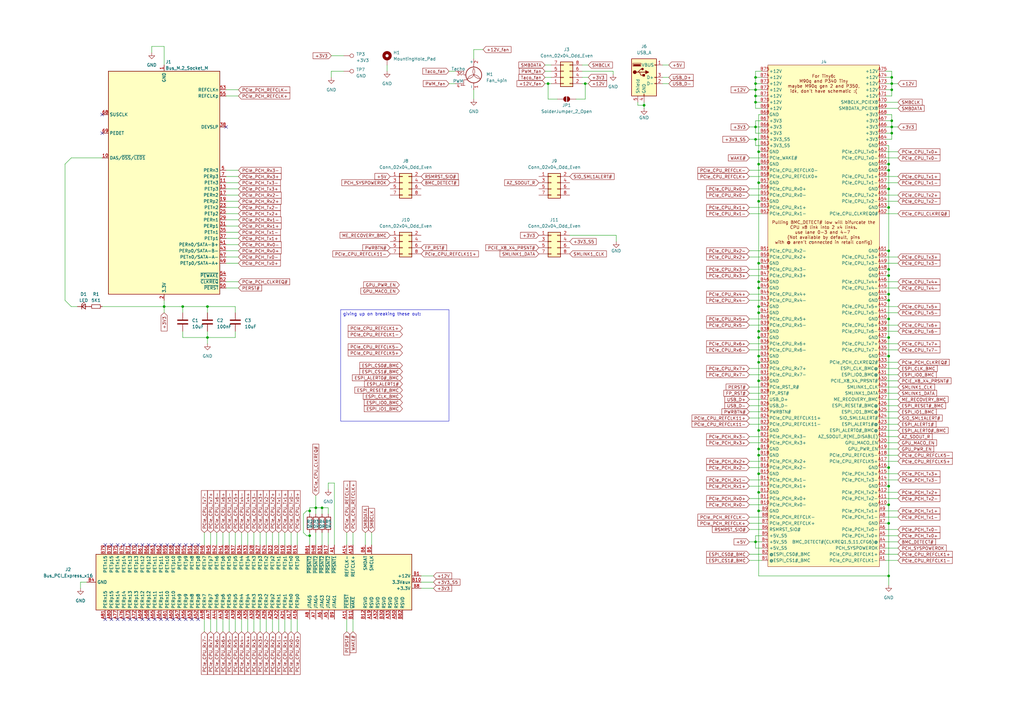
<source format=kicad_sch>
(kicad_sch (version 20231120) (generator "eeschema") (generator_version "8.0")
  (paper "A3")
  (junction (at 85.09 138.43))
  (junction (at 67.31 125.73))
  (junction (at 364.49 120.65))
  (junction (at 311.15 74.93))
  (junction (at 311.15 138.43))
  (junction (at 311.15 62.23))
  (junction (at 364.49 113.03))
  (junction (at 365.76 54.61))
  (junction (at 365.76 52.07))
  (junction (at 129.54 208.28))
  (junction (at 309.88 39.37))
  (junction (at 364.49 214.63))
  (junction (at 364.49 110.49))
  (junction (at 364.49 130.81))
  (junction (at 311.15 118.11))
  (junction (at 311.15 209.55))
  (junction (at 224.79 34.29))
  (junction (at 311.15 125.73))
  (junction (at 240.03 34.29))
  (junction (at 364.49 207.01))
  (junction (at 364.49 236.22))
  (junction (at 364.49 85.09))
  (junction (at 365.76 36.83))
  (junction (at 311.15 194.31))
  (junction (at 132.08 208.28))
  (junction (at 365.76 49.53))
  (junction (at 364.49 102.87))
  (junction (at 309.88 36.83))
  (junction (at 309.88 222.25))
  (junction (at 364.49 199.39))
  (junction (at 264.16 43.18))
  (junction (at 127 209.55))
  (junction (at 309.88 57.15))
  (junction (at 364.49 146.05))
  (junction (at 365.76 31.75))
  (junction (at 311.15 128.27))
  (junction (at 311.15 115.57))
  (junction (at 311.15 135.89))
  (junction (at 127 219.71))
  (junction (at 364.49 191.77))
  (junction (at 311.15 176.53))
  (junction (at 364.49 123.19))
  (junction (at 311.15 148.59))
  (junction (at 309.88 34.29))
  (junction (at 365.76 34.29))
  (junction (at 309.88 52.07))
  (junction (at 74.93 125.73))
  (junction (at 311.15 186.69))
  (junction (at 364.49 67.31))
  (junction (at 85.09 125.73))
  (junction (at 364.49 77.47))
  (junction (at 309.88 41.91))
  (junction (at 311.15 107.95))
  (junction (at 311.15 201.93))
  (junction (at 364.49 138.43))
  (junction (at 311.15 82.55))
  (junction (at 311.15 184.15))
  (junction (at 311.15 67.31))
  (junction (at 364.49 69.85))
  (junction (at 311.15 156.21))
  (junction (at 311.15 146.05))
  (junction (at 309.88 31.75))
  (no_connect (at 68.58 223.52))
  (no_connect (at 92.71 52.07))
  (no_connect (at 76.2 254))
  (no_connect (at 45.72 254))
  (no_connect (at 45.72 223.52))
  (no_connect (at 63.5 254))
  (no_connect (at 68.58 254))
  (no_connect (at 76.2 223.52))
  (no_connect (at 48.26 223.52))
  (no_connect (at 58.42 223.52))
  (no_connect (at 73.66 223.52))
  (no_connect (at 66.04 223.52))
  (no_connect (at 48.26 254))
  (no_connect (at 50.8 223.52))
  (no_connect (at 41.91 54.61))
  (no_connect (at 55.88 254))
  (no_connect (at 66.04 254))
  (no_connect (at 60.96 254))
  (no_connect (at 60.96 223.52))
  (no_connect (at 53.34 254))
  (no_connect (at 50.8 254))
  (no_connect (at 78.74 223.52))
  (no_connect (at 81.28 223.52))
  (no_connect (at 55.88 223.52))
  (no_connect (at 81.28 254))
  (no_connect (at 63.5 223.52))
  (no_connect (at 71.12 223.52))
  (no_connect (at 58.42 254))
  (no_connect (at 71.12 254))
  (no_connect (at 43.18 254))
  (no_connect (at 41.91 46.99))
  (no_connect (at 73.66 254))
  (no_connect (at 78.74 254))
  (no_connect (at 43.18 223.52))
  (no_connect (at 53.34 223.52))
  (wire (pts (xy 368.3 217.17) (xy 363.22 217.17)))
  (wire (pts (xy 364.49 110.49) (xy 364.49 113.03)))
  (wire (pts (xy 312.42 140.97) (xy 307.34 140.97)))
  (wire (pts (xy 311.15 74.93) (xy 312.42 74.93)))
  (wire (pts (xy 311.15 67.31) (xy 312.42 67.31)))
  (wire (pts (xy 309.88 39.37) (xy 309.88 36.83)))
  (wire (pts (xy 309.88 222.25) (xy 309.88 219.71)))
  (wire (pts (xy 312.42 120.65) (xy 307.34 120.65)))
  (wire (pts (xy 109.22 254) (xy 109.22 259.08)))
  (wire (pts (xy 363.22 52.07) (xy 365.76 52.07)))
  (wire (pts (xy 311.15 82.55) (xy 312.42 82.55)))
  (wire (pts (xy 223.52 34.29) (xy 224.79 34.29)))
  (wire (pts (xy 240.03 40.64) (xy 240.03 34.29)))
  (wire (pts (xy 364.49 59.69) (xy 364.49 67.31)))
  (wire (pts (xy 364.49 102.87) (xy 364.49 110.49)))
  (wire (pts (xy 309.88 49.53) (xy 312.42 49.53)))
  (wire (pts (xy 365.76 36.83) (xy 365.76 39.37)))
  (wire (pts (xy 312.42 110.49) (xy 307.34 110.49)))
  (wire (pts (xy 311.15 115.57) (xy 311.15 107.95)))
  (wire (pts (xy 92.71 72.39) (xy 97.79 72.39)))
  (wire (pts (xy 312.42 59.69) (xy 309.88 59.69)))
  (wire (pts (xy 158.75 26.67) (xy 158.75 29.21)))
  (wire (pts (xy 368.3 151.13) (xy 363.22 151.13)))
  (wire (pts (xy 363.22 31.75) (xy 365.76 31.75)))
  (wire (pts (xy 74.93 125.73) (xy 74.93 128.27)))
  (wire (pts (xy 368.3 82.55) (xy 363.22 82.55)))
  (wire (pts (xy 121.92 254) (xy 121.92 259.08)))
  (wire (pts (xy 363.22 130.81) (xy 364.49 130.81)))
  (wire (pts (xy 83.82 254) (xy 83.82 259.08)))
  (wire (pts (xy 264.16 43.18) (xy 264.16 44.45)))
  (wire (pts (xy 307.34 36.83) (xy 309.88 36.83)))
  (wire (pts (xy 116.84 218.44) (xy 116.84 223.52)))
  (wire (pts (xy 368.3 156.21) (xy 363.22 156.21)))
  (wire (pts (xy 368.3 171.45) (xy 363.22 171.45)))
  (wire (pts (xy 312.42 224.79) (xy 309.88 224.79)))
  (wire (pts (xy 368.3 166.37) (xy 363.22 166.37)))
  (wire (pts (xy 96.52 218.44) (xy 96.52 223.52)))
  (wire (pts (xy 135.89 22.86) (xy 140.97 22.86)))
  (wire (pts (xy 363.22 34.29) (xy 365.76 34.29)))
  (wire (pts (xy 92.71 82.55) (xy 97.79 82.55)))
  (wire (pts (xy 307.34 168.91) (xy 312.42 168.91)))
  (wire (pts (xy 114.3 254) (xy 114.3 259.08)))
  (wire (pts (xy 67.31 125.73) (xy 74.93 125.73)))
  (wire (pts (xy 368.3 62.23) (xy 363.22 62.23)))
  (wire (pts (xy 224.79 40.64) (xy 224.79 34.29)))
  (wire (pts (xy 364.49 69.85) (xy 364.49 77.47)))
  (wire (pts (xy 312.42 196.85) (xy 307.34 196.85)))
  (wire (pts (xy 309.88 36.83) (xy 309.88 34.29)))
  (wire (pts (xy 127 219.71) (xy 127 223.52)))
  (wire (pts (xy 311.15 135.89) (xy 311.15 128.27)))
  (wire (pts (xy 132.08 208.28) (xy 132.08 210.82)))
  (wire (pts (xy 134.62 200.66) (xy 134.62 198.12)))
  (wire (pts (xy 309.88 44.45) (xy 309.88 41.91)))
  (wire (pts (xy 307.34 207.01) (xy 312.42 207.01)))
  (wire (pts (xy 74.93 138.43) (xy 85.09 138.43)))
  (wire (pts (xy 67.31 125.73) (xy 67.31 128.27)))
  (wire (pts (xy 307.34 173.99) (xy 312.42 173.99)))
  (wire (pts (xy 125.73 209.55) (xy 124.46 210.82)))
  (wire (pts (xy 252.73 96.52) (xy 252.73 99.06)))
  (wire (pts (xy 96.52 125.73) (xy 85.09 125.73)))
  (wire (pts (xy 309.88 54.61) (xy 309.88 52.07)))
  (wire (pts (xy 125.73 219.71) (xy 127 219.71)))
  (wire (pts (xy 274.32 26.67) (xy 271.78 26.67)))
  (wire (pts (xy 363.22 29.21) (xy 365.76 29.21)))
  (wire (pts (xy 311.15 194.31) (xy 311.15 186.69)))
  (wire (pts (xy 134.62 208.28) (xy 134.62 210.82)))
  (wire (pts (xy 241.3 34.29) (xy 240.03 34.29)))
  (wire (pts (xy 172.72 236.22) (xy 177.8 236.22)))
  (wire (pts (xy 106.68 254) (xy 106.68 259.08)))
  (wire (pts (xy 86.36 218.44) (xy 86.36 223.52)))
  (wire (pts (xy 363.22 102.87) (xy 364.49 102.87)))
  (wire (pts (xy 101.6 218.44) (xy 101.6 223.52)))
  (wire (pts (xy 233.68 96.52) (xy 252.73 96.52)))
  (wire (pts (xy 92.71 100.33) (xy 97.79 100.33)))
  (wire (pts (xy 368.3 176.53) (xy 363.22 176.53)))
  (wire (pts (xy 363.22 146.05) (xy 364.49 146.05)))
  (wire (pts (xy 368.3 219.71) (xy 363.22 219.71)))
  (wire (pts (xy 365.76 46.99) (xy 363.22 46.99)))
  (wire (pts (xy 311.15 138.43) (xy 312.42 138.43)))
  (wire (pts (xy 91.44 254) (xy 91.44 259.08)))
  (wire (pts (xy 368.3 189.23) (xy 363.22 189.23)))
  (wire (pts (xy 83.82 218.44) (xy 83.82 223.52)))
  (wire (pts (xy 309.88 41.91) (xy 309.88 39.37)))
  (wire (pts (xy 96.52 138.43) (xy 85.09 138.43)))
  (wire (pts (xy 127 210.82) (xy 127 209.55)))
  (wire (pts (xy 33.02 241.3) (xy 33.02 238.76)))
  (wire (pts (xy 144.78 254) (xy 144.78 259.08)))
  (wire (pts (xy 365.76 52.07) (xy 368.3 52.07)))
  (wire (pts (xy 241.3 26.67) (xy 238.76 26.67)))
  (wire (pts (xy 365.76 34.29) (xy 368.3 34.29)))
  (wire (pts (xy 311.15 184.15) (xy 311.15 176.53)))
  (wire (pts (xy 127 209.55) (xy 125.73 209.55)))
  (wire (pts (xy 26.67 123.19) (xy 26.67 67.31)))
  (wire (pts (xy 312.42 123.19) (xy 307.34 123.19)))
  (wire (pts (xy 312.42 199.39) (xy 307.34 199.39)))
  (wire (pts (xy 92.71 85.09) (xy 97.79 85.09)))
  (wire (pts (xy 41.91 125.73) (xy 67.31 125.73)))
  (wire (pts (xy 312.42 77.47) (xy 307.34 77.47)))
  (wire (pts (xy 142.24 218.44) (xy 142.24 223.52)))
  (wire (pts (xy 86.36 254) (xy 86.36 259.08)))
  (wire (pts (xy 311.15 184.15) (xy 312.42 184.15)))
  (wire (pts (xy 137.16 198.12) (xy 137.16 223.52)))
  (wire (pts (xy 311.15 138.43) (xy 311.15 135.89)))
  (wire (pts (xy 368.3 140.97) (xy 363.22 140.97)))
  (wire (pts (xy 142.24 254) (xy 142.24 259.08)))
  (wire (pts (xy 92.71 90.17) (xy 97.79 90.17)))
  (wire (pts (xy 309.88 39.37) (xy 312.42 39.37)))
  (wire (pts (xy 152.4 218.44) (xy 152.4 223.52)))
  (wire (pts (xy 309.88 31.75) (xy 309.88 29.21)))
  (wire (pts (xy 307.34 163.83) (xy 312.42 163.83)))
  (wire (pts (xy 363.22 194.31) (xy 368.3 194.31)))
  (wire (pts (xy 363.22 113.03) (xy 364.49 113.03)))
  (wire (pts (xy 363.22 191.77) (xy 364.49 191.77)))
  (wire (pts (xy 364.49 214.63) (xy 363.22 214.63)))
  (wire (pts (xy 194.31 20.32) (xy 198.12 20.32)))
  (wire (pts (xy 368.3 135.89) (xy 363.22 135.89)))
  (wire (pts (xy 92.71 36.83) (xy 97.79 36.83)))
  (wire (pts (xy 363.22 39.37) (xy 365.76 39.37)))
  (wire (pts (xy 311.15 82.55) (xy 311.15 74.93)))
  (wire (pts (xy 274.32 31.75) (xy 271.78 31.75)))
  (wire (pts (xy 129.54 218.44) (xy 129.54 223.52)))
  (wire (pts (xy 363.22 77.47) (xy 364.49 77.47)))
  (wire (pts (xy 368.3 148.59) (xy 363.22 148.59)))
  (wire (pts (xy 368.3 107.95) (xy 363.22 107.95)))
  (wire (pts (xy 312.42 133.35) (xy 307.34 133.35)))
  (wire (pts (xy 311.15 118.11) (xy 311.15 115.57)))
  (wire (pts (xy 364.49 113.03) (xy 364.49 120.65)))
  (wire (pts (xy 365.76 57.15) (xy 365.76 54.61)))
  (wire (pts (xy 92.71 74.93) (xy 97.79 74.93)))
  (wire (pts (xy 311.15 135.89) (xy 312.42 135.89)))
  (wire (pts (xy 223.52 29.21) (xy 226.06 29.21)))
  (wire (pts (xy 99.06 254) (xy 99.06 259.08)))
  (wire (pts (xy 312.42 143.51) (xy 307.34 143.51)))
  (wire (pts (xy 368.3 224.79) (xy 363.22 224.79)))
  (wire (pts (xy 368.3 229.87) (xy 363.22 229.87)))
  (wire (pts (xy 363.22 199.39) (xy 364.49 199.39)))
  (wire (pts (xy 92.71 107.95) (xy 97.79 107.95)))
  (wire (pts (xy 311.15 148.59) (xy 311.15 146.05)))
  (wire (pts (xy 363.22 87.63) (xy 368.3 87.63)))
  (wire (pts (xy 135.89 29.21) (xy 140.97 29.21)))
  (wire (pts (xy 92.71 87.63) (xy 97.79 87.63)))
  (wire (pts (xy 364.49 214.63) (xy 364.49 236.22)))
  (wire (pts (xy 186.69 29.21) (xy 184.15 29.21)))
  (wire (pts (xy 251.46 29.21) (xy 238.76 29.21)))
  (wire (pts (xy 240.03 34.29) (xy 238.76 34.29)))
  (wire (pts (xy 365.76 31.75) (xy 365.76 34.29)))
  (wire (pts (xy 312.42 113.03) (xy 307.34 113.03)))
  (wire (pts (xy 124.46 218.44) (xy 125.73 219.71)))
  (wire (pts (xy 368.3 125.73) (xy 363.22 125.73)))
  (wire (pts (xy 363.22 49.53) (xy 365.76 49.53)))
  (wire (pts (xy 226.06 31.75) (xy 223.52 31.75)))
  (wire (pts (xy 109.22 218.44) (xy 109.22 223.52)))
  (wire (pts (xy 264.16 41.91) (xy 264.16 43.18)))
  (wire (pts (xy 111.76 218.44) (xy 111.76 223.52)))
  (wire (pts (xy 368.3 186.69) (xy 363.22 186.69)))
  (wire (pts (xy 309.88 224.79) (xy 309.88 222.25)))
  (wire (pts (xy 96.52 128.27) (xy 96.52 125.73)))
  (wire (pts (xy 311.15 148.59) (xy 312.42 148.59)))
  (wire (pts (xy 104.14 218.44) (xy 104.14 223.52)))
  (wire (pts (xy 368.3 143.51) (xy 363.22 143.51)))
  (wire (pts (xy 307.34 171.45) (xy 312.42 171.45)))
  (wire (pts (xy 368.3 41.91) (xy 363.22 41.91)))
  (wire (pts (xy 311.15 176.53) (xy 311.15 156.21)))
  (wire (pts (xy 92.71 118.11) (xy 97.79 118.11)))
  (wire (pts (xy 311.15 194.31) (xy 312.42 194.31)))
  (wire (pts (xy 368.3 201.93) (xy 363.22 201.93)))
  (wire (pts (xy 312.42 189.23) (xy 307.34 189.23)))
  (wire (pts (xy 363.22 212.09) (xy 368.3 212.09)))
  (wire (pts (xy 368.3 133.35) (xy 363.22 133.35)))
  (wire (pts (xy 363.22 69.85) (xy 364.49 69.85)))
  (wire (pts (xy 309.88 34.29) (xy 309.88 31.75)))
  (wire (pts (xy 114.3 218.44) (xy 114.3 223.52)))
  (wire (pts (xy 364.49 130.81) (xy 364.49 138.43)))
  (wire (pts (xy 364.49 85.09) (xy 364.49 102.87)))
  (wire (pts (xy 312.42 151.13) (xy 307.34 151.13)))
  (wire (pts (xy 312.42 80.01) (xy 307.34 80.01)))
  (wire (pts (xy 363.22 110.49) (xy 364.49 110.49)))
  (wire (pts (xy 312.42 153.67) (xy 307.34 153.67)))
  (wire (pts (xy 96.52 254) (xy 96.52 259.08)))
  (wire (pts (xy 132.08 208.28) (xy 134.62 208.28)))
  (wire (pts (xy 363.22 138.43) (xy 364.49 138.43)))
  (wire (pts (xy 261.62 43.18) (xy 264.16 43.18)))
  (wire (pts (xy 311.15 156.21) (xy 312.42 156.21)))
  (wire (pts (xy 92.71 102.87) (xy 97.79 102.87)))
  (wire (pts (xy 309.88 222.25) (xy 312.42 222.25)))
  (wire (pts (xy 364.49 146.05) (xy 364.49 191.77)))
  (wire (pts (xy 363.22 196.85) (xy 368.3 196.85)))
  (wire (pts (xy 92.71 69.85) (xy 97.79 69.85)))
  (wire (pts (xy 368.3 158.75) (xy 363.22 158.75)))
  (wire (pts (xy 101.6 254) (xy 101.6 259.08)))
  (wire (pts (xy 223.52 26.67) (xy 226.06 26.67)))
  (wire (pts (xy 364.49 77.47) (xy 364.49 85.09)))
  (wire (pts (xy 307.34 222.25) (xy 309.88 222.25)))
  (wire (pts (xy 368.3 44.45) (xy 363.22 44.45)))
  (wire (pts (xy 309.88 31.75) (xy 312.42 31.75)))
  (wire (pts (xy 363.22 67.31) (xy 364.49 67.31)))
  (wire (pts (xy 93.98 218.44) (xy 93.98 223.52)))
  (wire (pts (xy 129.54 208.28) (xy 129.54 210.82)))
  (wire (pts (xy 307.34 204.47) (xy 312.42 204.47)))
  (wire (pts (xy 364.49 123.19) (xy 364.49 130.81)))
  (wire (pts (xy 119.38 254) (xy 119.38 259.08)))
  (wire (pts (xy 104.14 254) (xy 104.14 259.08)))
  (wire (pts (xy 311.15 67.31) (xy 311.15 62.23)))
  (wire (pts (xy 363.22 59.69) (xy 364.49 59.69)))
  (wire (pts (xy 368.3 184.15) (xy 363.22 184.15)))
  (wire (pts (xy 368.3 115.57) (xy 363.22 115.57)))
  (wire (pts (xy 116.84 254) (xy 116.84 259.08)))
  (wire (pts (xy 368.3 74.93) (xy 363.22 74.93)))
  (wire (pts (xy 92.71 92.71) (xy 97.79 92.71)))
  (wire (pts (xy 311.15 209.55) (xy 312.42 209.55)))
  (wire (pts (xy 311.15 156.21) (xy 311.15 148.59)))
  (wire (pts (xy 274.32 34.29) (xy 271.78 34.29)))
  (wire (pts (xy 88.9 218.44) (xy 88.9 223.52)))
  (wire (pts (xy 121.92 218.44) (xy 121.92 223.52)))
  (wire (pts (xy 92.71 95.25) (xy 97.79 95.25)))
  (wire (pts (xy 368.3 161.29) (xy 363.22 161.29)))
  (wire (pts (xy 311.15 118.11) (xy 312.42 118.11)))
  (wire (pts (xy 29.21 64.77) (xy 41.91 64.77)))
  (wire (pts (xy 368.3 222.25) (xy 363.22 222.25)))
  (wire (pts (xy 364.49 138.43) (xy 364.49 146.05)))
  (wire (pts (xy 62.23 21.59) (xy 62.23 19.05)))
  (wire (pts (xy 119.38 218.44) (xy 119.38 223.52)))
  (wire (pts (xy 363.22 36.83) (xy 365.76 36.83)))
  (wire (pts (xy 312.42 41.91) (xy 309.88 41.91)))
  (wire (pts (xy 363.22 57.15) (xy 365.76 57.15)))
  (wire (pts (xy 172.72 238.76) (xy 177.8 238.76)))
  (wire (pts (xy 311.15 236.22) (xy 364.49 236.22)))
  (wire (pts (xy 364.49 207.01) (xy 364.49 214.63)))
  (wire (pts (xy 29.21 125.73) (xy 26.67 123.19)))
  (wire (pts (xy 236.22 40.64) (xy 240.03 40.64)))
  (wire (pts (xy 307.34 57.15) (xy 309.88 57.15)))
  (wire (pts (xy 363.22 207.01) (xy 364.49 207.01)))
  (wire (pts (xy 135.89 29.21) (xy 135.89 31.75)))
  (wire (pts (xy 251.46 30.48) (xy 251.46 29.21)))
  (wire (pts (xy 365.76 49.53) (xy 365.76 46.99)))
  (wire (pts (xy 309.88 52.07) (xy 309.88 49.53)))
  (wire (pts (xy 368.3 173.99) (xy 363.22 173.99)))
  (wire (pts (xy 67.31 19.05) (xy 67.31 26.67)))
  (wire (pts (xy 111.76 254) (xy 111.76 259.08)))
  (wire (pts (xy 92.71 77.47) (xy 97.79 77.47)))
  (wire (pts (xy 363.22 209.55) (xy 368.3 209.55)))
  (wire (pts (xy 364.49 191.77) (xy 364.49 199.39)))
  (wire (pts (xy 312.42 191.77) (xy 307.34 191.77)))
  (wire (pts (xy 311.15 146.05) (xy 311.15 138.43)))
  (wire (pts (xy 312.42 44.45) (xy 309.88 44.45)))
  (wire (pts (xy 368.3 168.91) (xy 363.22 168.91)))
  (wire (pts (xy 364.49 67.31) (xy 364.49 69.85)))
  (wire (pts (xy 312.42 72.39) (xy 307.34 72.39)))
  (wire (pts (xy 31.75 125.73) (xy 29.21 125.73)))
  (wire (pts (xy 311.15 201.93) (xy 312.42 201.93)))
  (wire (pts (xy 311.15 186.69) (xy 311.15 184.15)))
  (wire (pts (xy 33.02 238.76) (xy 35.56 238.76)))
  (wire (pts (xy 368.3 227.33) (xy 363.22 227.33)))
  (wire (pts (xy 363.22 120.65) (xy 364.49 120.65)))
  (wire (pts (xy 26.67 67.31) (xy 29.21 64.77)))
  (wire (pts (xy 241.3 31.75) (xy 238.76 31.75)))
  (wire (pts (xy 365.76 34.29) (xy 365.76 36.83)))
  (wire (pts (xy 184.15 34.29) (xy 186.69 34.29)))
  (wire (pts (xy 88.9 254) (xy 88.9 259.08)))
  (wire (pts (xy 312.42 46.99) (xy 311.15 46.99)))
  (wire (pts (xy 311.15 107.95) (xy 312.42 107.95)))
  (wire (pts (xy 311.15 115.57) (xy 312.42 115.57)))
  (wire (pts (xy 85.09 138.43) (xy 85.09 135.89)))
  (wire (pts (xy 172.72 241.3) (xy 177.8 241.3)))
  (wire (pts (xy 363.22 54.61) (xy 365.76 54.61)))
  (wire (pts (xy 364.49 120.65) (xy 364.49 123.19)))
  (wire (pts (xy 309.88 219.71) (xy 312.42 219.71)))
  (wire (pts (xy 309.88 29.21) (xy 312.42 29.21)))
  (wire (pts (xy 363.22 123.19) (xy 364.49 123.19)))
  (wire (pts (xy 74.93 135.89) (xy 74.93 138.43)))
  (wire (pts (xy 368.3 128.27) (xy 363.22 128.27)))
  (wire (pts (xy 309.88 57.15) (xy 312.42 57.15)))
  (wire (pts (xy 363.22 181.61) (xy 368.3 181.61)))
  (wire (pts (xy 85.09 138.43) (xy 85.09 140.97)))
  (wire (pts (xy 92.71 105.41) (xy 97.79 105.41)))
  (wire (pts (xy 368.3 80.01) (xy 363.22 80.01)))
  (wire (pts (xy 74.93 125.73) (xy 85.09 125.73)))
  (wire (pts (xy 307.34 64.77) (xy 312.42 64.77)))
  (wire (pts (xy 312.42 158.75) (xy 307.34 158.75)))
  (wire (pts (xy 96.52 135.89) (xy 96.52 138.43)))
  (wire (pts (xy 368.3 64.77) (xy 363.22 64.77)))
  (wire (pts (xy 307.34 181.61) (xy 312.42 181.61)))
  (wire (pts (xy 311.15 74.93) (xy 311.15 67.31)))
  (wire (pts (xy 364.49 199.39) (xy 364.49 207.01)))
  (wire (pts (xy 307.34 227.33) (xy 312.42 227.33)))
  (wire (pts (xy 307.34 105.41) (xy 312.42 105.41)))
  (wire (pts (xy 309.88 59.69) (xy 309.88 57.15)))
  (wire (pts (xy 365.76 29.21) (xy 365.76 31.75)))
  (wire (pts (xy 307.34 179.07) (xy 312.42 179.07)))
  (wire (pts (xy 311.15 146.05) (xy 312.42 146.05)))
  (wire (pts (xy 106.68 218.44) (xy 106.68 223.52)))
  (wire (pts (xy 129.54 203.2) (xy 129.54 208.28)))
  (wire (pts (xy 368.3 118.11) (xy 363.22 118.11)))
  (wire (pts (xy 364.49 236.22) (xy 364.49 240.03)))
  (wire (pts (xy 62.23 19.05) (xy 67.31 19.05)))
  (wire (pts (xy 307.34 52.07) (xy 309.88 52.07)))
  (wire (pts (xy 307.34 229.87) (xy 312.42 229.87)))
  (wire (pts (xy 368.3 105.41) (xy 363.22 105.41)))
  (wire (pts (xy 99.06 218.44) (xy 99.06 223.52)))
  (wire (pts (xy 127 209.55) (xy 127 208.28)))
  (wire (pts (xy 311.15 209.55) (xy 311.15 201.93)))
  (wire (pts (xy 124.46 210.82) (xy 124.46 218.44)))
  (wire (pts (xy 312.42 87.63) (xy 307.34 87.63)))
  (wire (pts (xy 365.76 54.61) (xy 365.76 52.07)))
  (wire (pts (xy 311.15 128.27) (xy 312.42 128.27)))
  (wire (pts (xy 368.3 179.07) (xy 363.22 179.07)))
  (wire (pts (xy 92.71 97.79) (xy 97.79 97.79)))
  (wire (pts (xy 134.62 198.12) (xy 137.16 198.12)))
  (wire (pts (xy 311.15 176.53) (xy 312.42 176.53)))
  (wire (pts (xy 312.42 54.61) (xy 309.88 54.61)))
  (wire (pts (xy 312.42 212.09) (xy 307.34 212.09)))
  (wire (pts (xy 149.86 218.44) (xy 149.86 223.52)))
  (wire (pts (xy 311.15 82.55) (xy 311.15 107.95)))
  (wire (pts (xy 129.54 208.28) (xy 132.08 208.28)))
  (wire (pts (xy 67.31 123.19) (xy 67.31 125.73)))
  (wire (pts (xy 134.62 218.44) (xy 134.62 223.52)))
  (wire (pts (xy 144.78 218.44) (xy 144.78 223.52)))
  (wire (pts (xy 92.71 115.57) (xy 97.79 115.57)))
  (wire (pts (xy 92.71 80.01) (xy 97.79 80.01)))
  (wire (pts (xy 311.15 125.73) (xy 312.42 125.73)))
  (wire (pts (xy 307.34 217.17) (xy 312.42 217.17)))
  (wire (pts (xy 92.71 39.37) (xy 97.79 39.37)))
  (wire (pts (xy 312.42 214.63) (xy 307.34 214.63)))
  (wire (pts (xy 91.44 218.44) (xy 91.44 223.52)))
  (wire (pts (xy 311.15 62.23) (xy 312.42 62.23)))
  (wire (pts (xy 224.79 34.29) (xy 226.06 34.29)))
  (wire (pts (xy 368.3 72.39) (xy 363.22 72.39)))
  (wire (pts (xy 127 218.44) (xy 127 219.71)))
  (wire (pts (xy 365.76 52.07) (xy 365.76 49.53)))
  (wire (pts (xy 312.42 102.87) (xy 307.34 102.87)))
  (wire (pts (xy 307.34 161.29) (xy 312.42 161.29)))
  (wire (pts (xy 368.3 204.47) (xy 363.22 204.47)))
  (wire (pts (xy 261.62 41.91) (xy 261.62 43.18)))
  (wire (pts (xy 311.15 62.23) (xy 311.15 46.99)))
  (wire (pts (xy 312.42 69.85) (xy 307.34 69.85)))
  (wire (pts (xy 309.88 36.83) (xy 312.42 36.83)))
  (wire (pts (xy 85.09 128.27) (xy 85.09 125.73)))
  (wire (pts (xy 368.3 163.83) (xy 363.22 163.83)))
  (wire (pts (xy 311.15 128.27) (xy 311.15 125.73)))
  (wire (pts (xy 363.22 85.09) (xy 364.49 85.09)))
  (wire (pts (xy 93.98 254) (xy 93.98 259.08)))
  (wire (pts (xy 228.6 40.64) (xy 224.79 40.64)))
  (wire (pts (xy 312.42 85.09) (xy 307.34 85.09)))
  (wire (pts (xy 311.15 201.93) (xy 311.15 194.31)))
  (wire (pts (xy 194.31 40.64) (xy 194.31 36.83)))
  (wire (pts (xy 312.42 130.81) (xy 307.34 130.81)))
  (wire (pts (xy 309.88 52.07) (xy 312.42 52.07)))
  (wire (pts (xy 307.34 166.37) (xy 312.42 166.37)))
  (wire (pts (xy 127 208.28) (xy 129.54 208.28)))
  (wire (pts (xy 311.15 186.69) (xy 312.42 186.69)))
  (wire (pts (xy 132.08 218.44) (xy 132.08 223.52)))
  (wire (pts (xy 309.88 34.29) (xy 312.42 34.29)))
  (wire (pts (xy 311.15 125.73) (xy 311.15 118.11)))
  (wire (pts (xy 368.3 153.67) (xy 363.22 153.67)))
  (wire (pts (xy 194.31 24.13) (xy 194.31 20.32)))
  (wire (pts (xy 311.15 236.22) (xy 311.15 209.55)))
  (text_box "giving up on breaking these out:" (at 139.7 127 0) (size 44.45 45.72) (effects (font (size 1.27 1.27)) (justify left top)))
  (global_label "PCIe_PCH_Rx3-" (shape input) (at 307.34 179.07 180) (property "Intersheetrefs" "${INTERSHEET_REFS}" (effects (hide yes))))
  (global_label "PCIe_CPU_REFCLK+" (shape input) (at 144.78 218.44 90) (property "Intersheetrefs" "${INTERSHEET_REFS}" (effects (hide yes))))
  (global_label "PCIe_CPU_Tx5-" (shape input) (at 368.3 128.27 0) (property "Intersheetrefs" "${INTERSHEET_REFS}" (effects (hide yes))))
  (global_label "PCIe_CPU_Tx0+" (shape input) (at 121.92 218.44 90) (property "Intersheetrefs" "${INTERSHEET_REFS}" (effects (hide yes))))
  (global_label "ME_RECOVERY_BMC" (shape input) (at 368.3 163.83 0) (property "Intersheetrefs" "${INTERSHEET_REFS}" (effects (hide yes))))
  (global_label "+3V3" (shape input) (at 368.3 52.07 0) (property "Intersheetrefs" "${INTERSHEET_REFS}" (effects (hide yes))))
  (global_label "PCIe_CPU_Rx1+" (shape input) (at 307.34 85.09 180) (property "Intersheetrefs" "${INTERSHEET_REFS}" (effects (hide yes))))
  (global_label "PCIe_CPU_Tx6-" (shape input) (at 368.3 135.89 0) (property "Intersheetrefs" "${INTERSHEET_REFS}" (effects (hide yes))))
  (global_label "BMC_DETECT#" (shape input) (at 172.72 74.93 0) (property "Intersheetrefs" "${INTERSHEET_REFS}" (effects (hide yes))))
  (global_label "ESPI_ALERT1#" (shape input) (at 165.1 157.48 180) (property "Intersheetrefs" "${INTERSHEET_REFS}" (effects (hide yes))))
  (global_label "PCIe_CPU_Rx6-" (shape input) (at 88.9 259.08 270) (property "Intersheetrefs" "${INTERSHEET_REFS}" (effects (hide yes))))
  (global_label "ESPI_RESET#_BMC" (shape input) (at 165.1 160.02 180) (property "Intersheetrefs" "${INTERSHEET_REFS}" (effects (hide yes))))
  (global_label "ESPI_CS1#_BMC" (shape input) (at 307.34 229.87 180) (property "Intersheetrefs" "${INTERSHEET_REFS}" (effects (hide yes))))
  (global_label "PCIe_CPU_CLKREQ#" (shape input) (at 368.3 87.63 0) (property "Intersheetrefs" "${INTERSHEET_REFS}" (effects (hide yes))))
  (global_label "+3V3_S5" (shape input) (at 307.34 57.15 180) (property "Intersheetrefs" "${INTERSHEET_REFS}" (effects (hide yes))))
  (global_label "PCIe_PCH_Tx3-" (shape input) (at 368.3 196.85 0) (property "Intersheetrefs" "${INTERSHEET_REFS}" (effects (hide yes))))
  (global_label "ESPI_ALERT0#_BMC" (shape input) (at 165.1 154.94 180) (property "Intersheetrefs" "${INTERSHEET_REFS}" (effects (hide yes))))
  (global_label "PCIe_PCH_Tx3-" (shape input) (at 97.79 74.93 0) (property "Intersheetrefs" "${INTERSHEET_REFS}" (effects (hide yes))))
  (global_label "PCIe_CPU_Rx4+" (shape input) (at 307.34 120.65 180) (property "Intersheetrefs" "${INTERSHEET_REFS}" (effects (hide yes))))
  (global_label "PCIe_PCH_Rx2+" (shape input) (at 97.79 82.55 0) (property "Intersheetrefs" "${INTERSHEET_REFS}" (effects (hide yes))))
  (global_label "+12V" (shape input) (at 177.8 236.22 0) (property "Intersheetrefs" "${INTERSHEET_REFS}" (effects (hide yes))))
  (global_label "PCIe_PCH_Tx1-" (shape input) (at 97.79 95.25 0) (property "Intersheetrefs" "${INTERSHEET_REFS}" (effects (hide yes))))
  (global_label "FP_RST#" (shape input) (at 307.34 161.29 180) (property "Intersheetrefs" "${INTERSHEET_REFS}" (effects (hide yes))))
  (global_label "PCIe_CPU_Tx1+" (shape input) (at 368.3 72.39 0) (property "Intersheetrefs" "${INTERSHEET_REFS}" (effects (hide yes))))
  (global_label "SMLINK1_CLK" (shape input) (at 368.3 158.75 0) (property "Intersheetrefs" "${INTERSHEET_REFS}" (effects (hide yes))))
  (global_label "PCIe_CPU_Tx7+" (shape input) (at 368.3 140.97 0) (property "Intersheetrefs" "${INTERSHEET_REFS}" (effects (hide yes))))
  (global_label "+12V_fan" (shape input) (at 223.52 34.29 180) (property "Intersheetrefs" "${INTERSHEET_REFS}" (effects (hide yes))))
  (global_label "PCIe_PCH_REFCLK-" (shape input) (at 307.34 212.09 180) (property "Intersheetrefs" "${INTERSHEET_REFS}" (effects (hide yes))))
  (global_label "+5V" (shape input) (at 274.32 26.67 0) (property "Intersheetrefs" "${INTERSHEET_REFS}" (effects (hide yes))))
  (global_label "PCIe_CPU_Rx6+" (shape input) (at 307.34 140.97 180) (property "Intersheetrefs" "${INTERSHEET_REFS}" (effects (hide yes))))
  (global_label "PCIe_CPU_Tx1-" (shape input) (at 114.3 218.44 90) (property "Intersheetrefs" "${INTERSHEET_REFS}" (effects (hide yes))))
  (global_label "PCIe_CPU_REFCLK5+" (shape input) (at 368.3 189.23 0) (property "Intersheetrefs" "${INTERSHEET_REFS}" (effects (hide yes))))
  (global_label "PCIe_CPU_Tx6-" (shape input) (at 88.9 218.44 90) (property "Intersheetrefs" "${INTERSHEET_REFS}" (effects (hide yes))))
  (global_label "FP_RST#" (shape input) (at 172.72 101.6 0) (property "Intersheetrefs" "${INTERSHEET_REFS}" (effects (hide yes))))
  (global_label "PCIe_CPU_Rx4-" (shape input) (at 99.06 259.08 270) (property "Intersheetrefs" "${INTERSHEET_REFS}" (effects (hide yes))))
  (global_label "PCIe_CPU_REFCLK11-" (shape input) (at 307.34 173.99 180) (property "Intersheetrefs" "${INTERSHEET_REFS}" (effects (hide yes))))
  (global_label "+3V3" (shape input) (at 67.31 128.27 270) (property "Intersheetrefs" "${INTERSHEET_REFS}" (effects (hide yes))))
  (global_label "PCIe_PCH_Tx1-" (shape input) (at 368.3 212.09 0) (property "Intersheetrefs" "${INTERSHEET_REFS}" (effects (hide yes))))
  (global_label "PCIe_PCH_Tx3+" (shape input) (at 97.79 77.47 0) (property "Intersheetrefs" "${INTERSHEET_REFS}" (effects (hide yes))))
  (global_label "+3V3" (shape input) (at 220.98 96.52 180) (property "Intersheetrefs" "${INTERSHEET_REFS}" (effects (hide yes))))
  (global_label "ESPI_ALERT1#" (shape input) (at 368.3 173.99 0) (property "Intersheetrefs" "${INTERSHEET_REFS}" (effects (hide yes))))
  (global_label "PCIe_CPU_Tx0-" (shape input) (at 368.3 64.77 0) (property "Intersheetrefs" "${INTERSHEET_REFS}" (effects (hide yes))))
  (global_label "PCIe_CPU_Tx2-" (shape input) (at 368.3 82.55 0) (property "Intersheetrefs" "${INTERSHEET_REFS}" (effects (hide yes))))
  (global_label "PCIe_CPU_Tx5+" (shape input) (at 368.3 125.73 0) (property "Intersheetrefs" "${INTERSHEET_REFS}" (effects (hide yes))))
  (global_label "PCIe_CPU_Tx5-" (shape input) (at 93.98 218.44 90) (property "Intersheetrefs" "${INTERSHEET_REFS}" (effects (hide yes))))
  (global_label "GPU_PWR_EN" (shape input) (at 163.83 116.84 180) (property "Intersheetrefs" "${INTERSHEET_REFS}" (effects (hide yes))))
  (global_label "RSMRST_SIO#" (shape input) (at 307.34 217.17 180) (property "Intersheetrefs" "${INTERSHEET_REFS}" (effects (hide yes))))
  (global_label "PCIe_PCH_Rx2-" (shape input) (at 97.79 80.01 0) (property "Intersheetrefs" "${INTERSHEET_REFS}" (effects (hide yes))))
  (global_label "ESPI_CLK_BMC" (shape input) (at 165.1 162.56 180) (property "Intersheetrefs" "${INTERSHEET_REFS}" (effects (hide yes))))
  (global_label "PCIe_CPU_Rx7-" (shape input) (at 307.34 153.67 180) (property "Intersheetrefs" "${INTERSHEET_REFS}" (effects (hide yes))))
  (global_label "ESPI_RESET#_BMC" (shape input) (at 368.3 166.37 0) (property "Intersheetrefs" "${INTERSHEET_REFS}" (effects (hide yes))))
  (global_label "PCIe_PCH_REFCLK+" (shape input) (at 307.34 214.63 180) (property "Intersheetrefs" "${INTERSHEET_REFS}" (effects (hide yes))))
  (global_label "PCIe_PCH_REFCLK+" (shape input) (at 97.79 39.37 0) (property "Intersheetrefs" "${INTERSHEET_REFS}" (effects (hide yes))))
  (global_label "PWM_fan" (shape input) (at 184.15 34.29 180) (property "Intersheetrefs" "${INTERSHEET_REFS}" (effects (hide yes))))
  (global_label "PCIe_PCH_Rx0-" (shape input) (at 307.34 207.01 180) (property "Intersheetrefs" "${INTERSHEET_REFS}" (effects (hide yes))))
  (global_label "SMLINK1_DATA" (shape input) (at 220.98 104.14 180) (property "Intersheetrefs" "${INTERSHEET_REFS}" (effects (hide yes))))
  (global_label "PCIe_PCH_Rx2-" (shape input) (at 307.34 191.77 180) (property "Intersheetrefs" "${INTERSHEET_REFS}" (effects (hide yes))))
  (global_label "ESPI_IO1_BMC" (shape input) (at 368.3 168.91 0) (property "Intersheetrefs" "${INTERSHEET_REFS}" (effects (hide yes))))
  (global_label "SIO_SML1ALERT#" (shape input) (at 368.3 171.45 0) (property "Intersheetrefs" "${INTERSHEET_REFS}" (effects (hide yes))))
  (global_label "ESPI_IO0_BMC" (shape input) (at 368.3 153.67 0) (property "Intersheetrefs" "${INTERSHEET_REFS}" (effects (hide yes))))
  (global_label "PCIe_CPU_REFCLK5-" (shape input) (at 368.3 186.69 0) (property "Intersheetrefs" "${INTERSHEET_REFS}" (effects (hide yes))))
  (global_label "PCIe_CPU_Rx5+" (shape input) (at 307.34 130.81 180) (property "Intersheetrefs" "${INTERSHEET_REFS}" (effects (hide yes))))
  (global_label "SMBCLK" (shape input) (at 368.3 41.91 0) (property "Intersheetrefs" "${INTERSHEET_REFS}" (effects (hide yes))))
  (global_label "PCIe_CPU_Tx7-" (shape input) (at 368.3 143.51 0) (property "Intersheetrefs" "${INTERSHEET_REFS}" (effects (hide yes))))
  (global_label "RSMRST_SIO#" (shape input) (at 172.72 72.39 0) (property "Intersheetrefs" "${INTERSHEET_REFS}" (effects (hide yes))))
  (global_label "PCIe_CPU_Rx1-" (shape input) (at 307.34 87.63 180) (property "Intersheetrefs" "${INTERSHEET_REFS}" (effects (hide yes))))
  (global_label "+3V3_S5" (shape input) (at 233.68 99.06 0) (property "Intersheetrefs" "${INTERSHEET_REFS}" (effects (hide yes))))
  (global_label "PCIe_PCH_Rx3-" (shape input) (at 97.79 69.85 0) (property "Intersheetrefs" "${INTERSHEET_REFS}" (effects (hide yes))))
  (global_label "GPU_MACO_EN" (shape input) (at 368.3 181.61 0) (property "Intersheetrefs" "${INTERSHEET_REFS}" (effects (hide yes))))
  (global_label "PCIe_PCH_Tx0-" (shape input) (at 97.79 105.41 0) (property "Intersheetrefs" "${INTERSHEET_REFS}" (effects (hide yes))))
  (global_label "PCIe_PCH_Rx3+" (shape input) (at 307.34 181.61 180) (property "Intersheetrefs" "${INTERSHEET_REFS}" (effects (hide yes))))
  (global_label "PCIe_CPU_Rx7+" (shape input) (at 86.36 259.08 270) (property "Intersheetrefs" "${INTERSHEET_REFS}" (effects (hide yes))))
  (global_label "PCIe_CPU_Rx1-" (shape input) (at 114.3 259.08 270) (property "Intersheetrefs" "${INTERSHEET_REFS}" (effects (hide yes))))
  (global_label "ESPI_CS1#_BMC" (shape input) (at 165.1 152.4 180) (property "Intersheetrefs" "${INTERSHEET_REFS}" (effects (hide yes))))
  (global_label "PCIe_CPU_Tx3+" (shape input) (at 106.68 218.44 90) (property "Intersheetrefs" "${INTERSHEET_REFS}" (effects (hide yes))))
  (global_label "PCIe_CPU_Rx3-" (shape input) (at 104.14 259.08 270) (property "Intersheetrefs" "${INTERSHEET_REFS}" (effects (hide yes))))
  (global_label "PCIe_CPU_Rx0-" (shape input) (at 119.38 259.08 270) (property "Intersheetrefs" "${INTERSHEET_REFS}" (effects (hide yes))))
  (global_label "PWM_fan" (shape input) (at 223.52 29.21 180) (property "Intersheetrefs" "${INTERSHEET_REFS}" (effects (hide yes))))
  (global_label "PCIe_CPU_Rx6+" (shape input) (at 91.44 259.08 270) (property "Intersheetrefs" "${INTERSHEET_REFS}" (effects (hide yes))))
  (global_label "SMBDATA" (shape input) (at 149.86 218.44 90) (property "Intersheetrefs" "${INTERSHEET_REFS}" (effects (hide yes))))
  (global_label "+3V3" (shape input) (at 177.8 241.3 0) (property "Intersheetrefs" "${INTERSHEET_REFS}" (effects (hide yes))))
  (global_label "PCIe_CPU_Tx2+" (shape input) (at 368.3 80.01 0) (property "Intersheetrefs" "${INTERSHEET_REFS}" (effects (hide yes))))
  (global_label "PCIe_CPU_Tx1-" (shape input) (at 368.3 74.93 0) (property "Intersheetrefs" "${INTERSHEET_REFS}" (effects (hide yes))))
  (global_label "PCIe_CPU_Rx1+" (shape input) (at 116.84 259.08 270) (property "Intersheetrefs" "${INTERSHEET_REFS}" (effects (hide yes))))
  (global_label "PCIe_CPU_Rx4+" (shape input) (at 101.6 259.08 270) (property "Intersheetrefs" "${INTERSHEET_REFS}" (effects (hide yes))))
  (global_label "PCIe_PCH_CLKREQ#" (shape input) (at 97.79 115.57 0) (property "Intersheetrefs" "${INTERSHEET_REFS}" (effects (hide yes))))
  (global_label "USB_D-" (shape input) (at 307.34 166.37 180) (property "Intersheetrefs" "${INTERSHEET_REFS}" (effects (hide yes))))
  (global_label "+12V" (shape input) (at 368.3 34.29 0) (property "Intersheetrefs" "${INTERSHEET_REFS}" (effects (hide yes))))
  (global_label "ESPI_ALERT0#_BMC" (shape input) (at 368.3 176.53 0) (property "Intersheetrefs" "${INTERSHEET_REFS}" (effects (hide yes))))
  (global_label "PCIe_PCH_REFCLK-" (shape input) (at 97.79 36.83 0) (property "Intersheetrefs" "${INTERSHEET_REFS}" (effects (hide yes))))
  (global_label "PCIe_CPU_Rx2+" (shape input) (at 111.76 259.08 270) (property "Intersheetrefs" "${INTERSHEET_REFS}" (effects (hide yes))))
  (global_label "PCIe_CPU_Tx2-" (shape input) (at 109.22 218.44 90) (property "Intersheetrefs" "${INTERSHEET_REFS}" (effects (hide yes))))
  (global_label "PCIe_CPU_Tx4-" (shape input) (at 368.3 118.11 0) (property "Intersheetrefs" "${INTERSHEET_REFS}" (effects (hide yes))))
  (global_label "SMBCLK" (shape input) (at 152.4 218.44 90) (property "Intersheetrefs" "${INTERSHEET_REFS}" (effects (hide yes))))
  (global_label "PCH_SYSPOWEROK" (shape input) (at 160.02 74.93 180) (property "Intersheetrefs" "${INTERSHEET_REFS}" (effects (hide yes))))
  (global_label "PCIe_PCH_Tx1+" (shape input) (at 97.79 97.79 0) (property "Intersheetrefs" "${INTERSHEET_REFS}" (effects (hide yes))))
  (global_label "PCIe_CPU_Rx0+" (shape input) (at 307.34 77.47 180) (property "Intersheetrefs" "${INTERSHEET_REFS}" (effects (hide yes))))
  (global_label "Taco_fan" (shape input) (at 223.52 31.75 180) (property "Intersheetrefs" "${INTERSHEET_REFS}" (effects (hide yes))))
  (global_label "PCIe_PCH_Rx0-" (shape input) (at 97.79 100.33 0) (property "Intersheetrefs" "${INTERSHEET_REFS}" (effects (hide yes))))
  (global_label "SMBDATA" (shape input) (at 223.52 26.67 180) (property "Intersheetrefs" "${INTERSHEET_REFS}" (effects (hide yes))))
  (global_label "ESPI_IO1_BMC" (shape input) (at 165.1 167.64 180) (property "Intersheetrefs" "${INTERSHEET_REFS}" (effects (hide yes))))
  (global_label "+12V_fan" (shape input) (at 198.12 20.32 0) (property "Intersheetrefs" "${INTERSHEET_REFS}" (effects (hide yes))))
  (global_label "PCIe_CPU_REFCLK11+" (shape input) (at 307.34 171.45 180) (property "Intersheetrefs" "${INTERSHEET_REFS}" (effects (hide yes))))
  (global_label "AZ_SDOUT_R" (shape input) (at 368.3 179.07 0) (property "Intersheetrefs" "${INTERSHEET_REFS}" (effects (hide yes))))
  (global_label "PCIe_PCH_Tx0+" (shape input) (at 97.79 107.95 0) (property "Intersheetrefs" "${INTERSHEET_REFS}" (effects (hide yes))))
  (global_label "PCIe_CPU_CLKREQ#" (shape input) (at 129.54 203.2 90) (property "Intersheetrefs" "${INTERSHEET_REFS}" (effects (hide yes))))
  (global_label "ESPI_CLK_BMC" (shape input) (at 368.3 151.13 0) (property "Intersheetrefs" "${INTERSHEET_REFS}" (effects (hide yes))))
  (global_label "PCIe_CPU_Tx7-" (shape input) (at 83.82 218.44 90) (property "Intersheetrefs" "${INTERSHEET_REFS}" (effects (hide yes))))
  (global_label "+5V" (shape input) (at 160.02 72.39 180) (property "Intersheetrefs" "${INTERSHEET_REFS}" (effects (hide yes))))
  (global_label "PCIe_CPU_Tx2+" (shape input) (at 111.76 218.44 90) (property "Intersheetrefs" "${INTERSHEET_REFS}" (effects (hide yes))))
  (global_label "+12V" (shape input) (at 307.34 36.83 180) (property "Intersheetrefs" "${INTERSHEET_REFS}" (effects (hide yes))))
  (global_label "PCIe_CPU_Tx1+" (shape input) (at 116.84 218.44 90) (property "Intersheetrefs" "${INTERSHEET_REFS}" (effects (hide yes))))
  (global_label "PCIe_CPU_Tx3-" (shape input) (at 104.14 218.44 90) (property "Intersheetrefs" "${INTERSHEET_REFS}" (effects (hide yes))))
  (global_label "WAKE#" (shape input) (at 307.34 64.77 180) (property "Intersheetrefs" "${INTERSHEET_REFS}" (effects (hide yes))))
  (global_label "PCIe_CPU_Rx7-" (shape input) (at 83.82 259.08 270) (property "Intersheetrefs" "${INTERSHEET_REFS}" (effects (hide yes))))
  (global_label "PCIe_PCH_Rx3+" (shape input) (at 97.79 72.39 0) (property "Intersheetrefs" "${INTERSHEET_REFS}" (effects (hide yes))))
  (global_label "PCIe_PCH_CLKREQ#" (shape input) (at 368.3 148.59 0) (property "Intersheetrefs" "${INTERSHEET_REFS}" (effects (hide yes))))
  (global_label "PCIe_CPU_Tx7+" (shape input) (at 86.36 218.44 90) (property "Intersheetrefs" "${INTERSHEET_REFS}" (effects (hide yes))))
  (global_label "PCIe_CPU_REFCLK11-" (shape input) (at 160.02 104.14 180) (property "Intersheetrefs" "${INTERSHEET_REFS}" (effects (hide yes))))
  (global_label "USB_D+" (shape input) (at 307.34 163.83 180) (property "Intersheetrefs" "${INTERSHEET_REFS}" (effects (hide yes))))
  (global_label "PCIe_CPU_Rx5-" (shape input) (at 93.98 259.08 270) (property "Intersheetrefs" "${INTERSHEET_REFS}" (effects (hide yes))))
  (global_label "USB_D-" (shape input) (at 274.32 34.29 0) (property "Intersheetrefs" "${INTERSHEET_REFS}" (effects (hide yes))))
  (global_label "PCIe_CPU_Tx3+" (shape input) (at 368.3 105.41 0) (property "Intersheetrefs" "${INTERSHEET_REFS}" (effects (hide yes))))
  (global_label "PCIe_PCH_Rx1+" (shape input) (at 97.79 92.71 0) (property "Intersheetrefs" "${INTERSHEET_REFS}" (effects (hide yes))))
  (global_label "PCIe_PCH_Rx1+" (shape input) (at 307.34 199.39 180) (property "Intersheetrefs" "${INTERSHEET_REFS}" (effects (hide yes))))
  (global_label "AZ_SDOUT_R" (shape input) (at 220.98 74.93 180) (property "Intersheetrefs" "${INTERSHEET_REFS}" (effects (hide yes))))
  (global_label "+3V3_S5" (shape input) (at 177.8 238.76 0) (property "Intersheetrefs" "${INTERSHEET_REFS}" (effects (hide yes))))
  (global_label "PCIe_CPU_REFCLK1+" (shape input) (at 368.3 227.33 0) (property "Intersheetrefs" "${INTERSHEET_REFS}" (effects (hide yes))))
  (global_label "PCIe_PCH_Tx1+" (shape input) (at 368.3 209.55 0) (property "Intersheetrefs" "${INTERSHEET_REFS}" (effects (hide yes))))
  (global_label "PCIe_PCH_Tx3+" (shape input) (at 368.3 194.31 0) (property "Intersheetrefs" "${INTERSHEET_REFS}" (effects (hide yes))))
  (global_label "Taco_fan" (shape input) (at 184.15 29.21 180) (property "Intersheetrefs" "${INTERSHEET_REFS}" (effects (hide yes))))
  (global_label "PCIe_PCH_Rx0+" (shape input) (at 97.79 102.87 0) (property "Intersheetrefs" "${INTERSHEET_REFS}" (effects (hide yes))))
  (global_label "PCIe_CPU_Rx4-" (shape input) (at 307.34 123.19 180) (property "Intersheetrefs" "${INTERSHEET_REFS}" (effects (hide yes))))
  (global_label "ESPI_CS0#_BMC" (shape input) (at 307.34 227.33 180) (property "Intersheetrefs" "${INTERSHEET_REFS}" (effects (hide yes))))
  (global_label "PCIe_CPU_Rx3+" (shape input) (at 106.68 259.08 270) (property "Intersheetrefs" "${INTERSHEET_REFS}" (effects (hide yes))))
  (global_label "PCH_SYSPOWEROK" (shape input) (at 368.3 224.79 0) (property "Intersheetrefs" "${INTERSHEET_REFS}" (effects (hide yes))))
  (global_label "ME_RECOVERY_BMC" (shape input) (at 160.02 96.52 180) (property "Intersheetrefs" "${INTERSHEET_REFS}" (effects (hide yes))))
  (global_label "PCIe_PCH_Rx1-" (shape input) (at 97.79 90.17 0) (property "Intersheetrefs" "${INTERSHEET_REFS}" (effects (hide yes))))
  (global_label "PCIe_CPU_Rx3+" (shape input) (at 307.34 113.03 180) (property "Intersheetrefs" "${INTERSHEET_REFS}" (effects (hide yes))))
  (global_label "PCIe_CPU_Rx0+" (shape input) (at 121.92 259.08 270) (property "Intersheetrefs" "${INTERSHEET_REFS}" (effects (hide yes))))
  (global_label "SMBDATA" (shape input) (at 368.3 44.45 0) (property "Intersheetrefs" "${INTERSHEET_REFS}" (effects (hide yes))))
  (global_label "PCIe_CPU_Rx2-" (shape input) (at 109.22 259.08 270) (property "Intersheetrefs" "${INTERSHEET_REFS}" (effects (hide yes))))
  (global_label "PCIe_PCH_Tx2+" (shape input) (at 368.3 201.93 0) (property "Intersheetrefs" "${INTERSHEET_REFS}" (effects (hide yes))))
  (global_label "SMBCLK" (shape input) (at 241.3 26.67 0) (property "Intersheetrefs" "${INTERSHEET_REFS}" (effects (hide yes))))
  (global_label "PCIe_CPU_Rx2+" (shape input) (at 307.34 105.41 180) (property "Intersheetrefs" "${INTERSHEET_REFS}" (effects (hide yes))))
  (global_label "PCIE_X8_X4_PRSNT#" (shape input) (at 368.3 156.21 0) (property "Intersheetrefs" "${INTERSHEET_REFS}" (effects (hide yes))))
  (global_label "PCIe_PCH_Tx2+" (shape input) (at 97.79 87.63 0) (property "Intersheetrefs" "${INTERSHEET_REFS}" (effects (hide yes))))
  (global_label "GPU_MACO_EN" (shape input) (at 163.83 119.38 180) (property "Intersheetrefs" "${INTERSHEET_REFS}" (effects (hide yes))))
  (global_label "PCIe_CPU_Rx0-" (shape input) (at 307.34 80.01 180) (property "Intersheetrefs" "${INTERSHEET_REFS}" (effects (hide yes))))
  (global_label "PERST#" (shape input) (at 142.24 259.08 270) (property "Intersheetrefs" "${INTERSHEET_REFS}" (effects (hide yes))))
  (global_label "PCIe_CPU_Tx4+" (shape input) (at 101.6 218.44 90) (property "Intersheetrefs" "${INTERSHEET_REFS}" (effects (hide yes))))
  (global_label "PCIe_CPU_REFCLK-" (shape input) (at 142.24 218.44 90) (property "Intersheetrefs" "${INTERSHEET_REFS}" (effects (hide yes))))
  (global_label "PERST#" (shape input) (at 97.79 118.11 0) (property "Intersheetrefs" "${INTERSHEET_REFS}" (effects (hide yes))))
  (global_label "PCIe_CPU_Tx4+" (shape input) (at 368.3 115.57 0) (property "Intersheetrefs" "${INTERSHEET_REFS}" (effects (hide yes))))
  (global_label "PCIe_CPU_Tx6+" (shape input) (at 368.3 133.35 0) (property "Intersheetrefs" "${INTERSHEET_REFS}" (effects (hide yes))))
  (global_label "PCIe_CPU_REFCLK1+" (shape input) (at 165.1 134.62 180) (property "Intersheetrefs" "${INTERSHEET_REFS}" (effects (hide yes))))
  (global_label "+5V" (shape input) (at 307.34 222.25 180) (property "Intersheetrefs" "${INTERSHEET_REFS}" (effects (hide yes))))
  (global_label "PCIe_CPU_Rx6-" (shape input) (at 307.34 143.51 180) (property "Intersheetrefs" "${INTERSHEET_REFS}" (effects (hide yes))))
  (global_label "+3V3" (shape input) (at 135.89 22.86 180) (property "Intersheetrefs" "${INTERSHEET_REFS}" (effects (hide yes))))
  (global_label "PCIe_CPU_REFCLK5-" (shape input) (at 165.1 142.24 180) (property "Intersheetrefs" "${INTERSHEET_REFS}" (effects (hide yes))))
  (global_label "WAKE#" (shape input) (at 144.78 259.08 270) (property "Intersheetrefs" "${INTERSHEET_REFS}" (effects (hide yes))))
  (global_label "SMLINK1_CLK" (shape input) (at 233.68 104.14 0) (property "Intersheetrefs" "${INTERSHEET_REFS}" (effects (hide yes))))
  (global_label "PCIe_CPU_Tx4-" (shape input) (at 99.06 218.44 90) (property "Intersheetrefs" "${INTERSHEET_REFS}" (effects (hide yes))))
  (global_label "GPU_PWR_EN" (shape input) (at 368.3 184.15 0) (property "Intersheetrefs" "${INTERSHEET_REFS}" (effects (hide yes))))
  (global_label "PCIe_CPU_Tx3-" (shape input) (at 368.3 107.95 0) (property "Intersheetrefs" "${INTERSHEET_REFS}" (effects (hide yes))))
  (global_label "PCIe_PCH_Tx2-" (shape input) (at 97.79 85.09 0) (property "Intersheetrefs" "${INTERSHEET_REFS}" (effects (hide yes))))
  (global_label "PCIe_CPU_Rx2-" (shape input) (at 307.34 102.87 180) (property "Intersheetrefs" "${INTERSHEET_REFS}" (effects (hide yes))))
  (global_label "PCIe_CPU_Rx5+" (shape input) (at 96.52 259.08 270) (property "Intersheetrefs" "${INTERSHEET_REFS}" (effects (hide yes))))
  (global_label "PCIe_CPU_Rx7+" (shape input) (at 307.34 151.13 180) (property "Intersheetrefs" "${INTERSHEET_REFS}" (effects (hide yes))))
  (global_label "PCIe_CPU_REFCLK1-" (shape input) (at 368.3 229.87 0) (property "Intersheetrefs" "${INTERSHEET_REFS}" (effects (hide yes))))
  (global_label "ESPI_IO0_BMC" (shape input) (at 165.1 165.1 180) (property "Intersheetrefs" "${INTERSHEET_REFS}" (effects (hide yes))))
  (global_label "+3V3" (shape input) (at 307.34 52.07 180) (property "Intersheetrefs" "${INTERSHEET_REFS}" (effects (hide yes))))
  (global_label "+12V" (shape input) (at 241.3 34.29 0) (property "Intersheetrefs" "${INTERSHEET_REFS}" (effects (hide yes))))
  (global_label "PCIe_PCH_Tx0+" (shape input) (at 368.3 219.71 0) (property "Intersheetrefs" "${INTERSHEET_REFS}" (effects (hide yes))))
  (global_label "PCIe_CPU_Tx0-" (shape input) (at 119.38 218.44 90) (property "Intersheetrefs" "${INTERSHEET_REFS}" (effects (hide yes))))
  (global_label "PCIe_CPU_Tx5+" (shape input) (at 96.52 218.44 90) (property "Intersheetrefs" "${INTERSHEET_REFS}" (effects (hide yes))))
  (global_label "PCIe_CPU_REFCLK11+" (shape input) (at 172.72 104.14 0) (property "Intersheetrefs" "${INTERSHEET_REFS}" (effects (hide yes))))
  (global_label "+3V3" (shape input) (at 241.3 31.75 0) (property "Intersheetrefs" "${INTERSHEET_REFS}" (effects (hide yes))))
  (global_label "PCIe_CPU_Rx3-" (shape input) (at 307.34 110.49 180) (property "Intersheetrefs" "${INTERSHEET_REFS}" (effects (hide yes))))
  (global_label "PCIE_X8_X4_PRSNT#" (shape input) (at 220.98 101.6 180) (property "Intersheetrefs" "${INTERSHEET_REFS}" (effects (hide yes))))
  (global_label "PWRBTN#" (shape input) (at 160.02 101.6 180) (property "Intersheetrefs" "${INTERSHEET_REFS}" (effects (hide yes))))
  (global_label "PCIe_CPU_REFCLK+" (shape input) (at 307.34 72.39 180) (property "Intersheetrefs" "${INTERSHEET_REFS}" (effects (hide yes))))
  (global_label "SIO_SML1ALERT#" (shape input) (at 233.68 72.39 0) (property "Intersheetrefs" "${INTERSHEET_REFS}" (effects (hide yes))))
  (global_label "SMLINK1_DATA" (shape input) (at 368.3 161.29 0) (property "Intersheetrefs" "${INTERSHEET_REFS}" (effects (hide yes))))
  (global_label "PCIe_CPU_Tx6+" (shape input) (at 91.44 218.44 90) (property "Intersheetrefs" "${INTERSHEET_REFS}" (effects (hide yes))))
  (global_label "PERST#" (shape input) (at 307.34 158.75 180) (property "Intersheetrefs" "${INTERSHEET_REFS}" (effects (hide yes))))
  (global_label "PCIe_CPU_REFCLK1-" (shape input) (at 165.1 137.16 180) (property "Intersheetrefs" "${INTERSHEET_REFS}" (effects (hide yes))))
  (global_label "PCIe_PCH_Tx0-" (shape input) (at 368.3 217.17 0) (property "Intersheetrefs" "${INTERSHEET_REFS}" (effects (hide yes))))
  (global_label "ESPI_CS0#_BMC" (shape input) (at 165.1 149.86 180) (property "Intersheetrefs" "${INTERSHEET_REFS}" (effects (hide yes))))
  (global_label "PCIe_PCH_Rx2+" (shape input) (at 307.34 189.23 180) (property "Intersheetrefs" "${INTERSHEET_REFS}" (effects (hide yes))))
  (global_label "PCIe_PCH_Tx2-" (shape input) (at 368.3 204.47 0) (property "Intersheetrefs" "${INTERSHEET_REFS}" (effects (hide yes))))
  (global_label "USB_D+" (shape input) (at 274.32 31.75 0) (property "Intersheetrefs" "${INTERSHEET_REFS}" (effects (hide yes))))
  (global_label "PCIe_PCH_Rx0+" (shape input) (at 307.34 204.47 180) (property "Intersheetrefs" "${INTERSHEET_REFS}" (effects (hide yes))))
  (global_label "PCIe_CPU_Tx0+" (shape input) (at 368.3 62.23 0) (property "Intersheetrefs" "${INTERSHEET_REFS}" (effects (hide yes))))
  (global_label "PWRBTN#" (shape input) (at 307.34 168.91 180) (property "Intersheetrefs" "${INTERSHEET_REFS}" (effects (hide yes))))
  (global_label "PCIe_CPU_REFCLK-" (shape input) (at 307.34 69.85 180) (property "Intersheetrefs" "${INTERSHEET_REFS}" (effects (hide yes))))
  (global_label "PCIe_CPU_Rx5-" (shape input) (at 307.34 133.35 180) (property "Intersheetrefs" "${INTERSHEET_REFS}" (effects (hide yes))))
  (global_label "BMC_DETECT#" (shape input) (at 368.3 222.25 0) (property "Intersheetrefs" "${INTERSHEET_REFS}" (effects (hide yes))))
  (global_label "PCIe_CPU_REFCLK5+" (shape input) (at 165.1 144.78 180) (property "Intersheetrefs" "${INTERSHEET_REFS}" (effects (hide yes))))
  (global_label "PCIe_PCH_Rx1-" (shape input) (at 307.34 196.85 180) (property "Intersheetrefs" "${INTERSHEET_REFS}" (effects (hide yes))))
  (symbol (lib_id "Connector_Generic:Conn_02x04_Odd_Even") (at 231.14 31.75 0) (mirror x) (unit 1)
    (property "Reference" "J3" (at 232.41 20.32 0))
    (property "Value" "Conn_02x04_Odd_Even" (at 232.41 22.86 0))
    (property "Footprint" "Connector_PinSocket_2.54mm:PinSocket_2x04_P2.54mm_Horizontal" (effects (hide yes)))
    (property "Description" "Generic connector, double row, 02x04, odd/even pin numbering scheme (row 1 odd numbers, row 2 even numbers), script generated (kicad-library-utils/schlib/autogen/connector/)" (effects (hide yes)))
  )
  (symbol (lib_id "Connector:TestPoint") (at 140.97 22.86 270) (unit 1)
    (property "Reference" "TP3" (at 146.05 22.225 90) (effects (justify left)))
    (property "Value" "+3V3" (at 146.05 24.765 90) (effects (justify left)))
    (property "Footprint" "TestPoint:TestPoint_THTPad_D1.5mm_Drill0.7mm" (effects (hide yes)))
  )
  (symbol (lib_id "Connector:USB_A") (at 264.16 31.75 0) (unit 1)
    (property "Reference" "J6" (at 264.16 19.05 0))
    (property "Value" "USB_A" (at 264.16 21.59 0))
    (property "Footprint" "Connector_USB:USB_A_Wuerth_614004134726_Horizontal" (effects (hide yes)))
    (property "Description" "USB Type A connector" (effects (hide yes)))
  )
  (symbol (lib_id "Connector_Generic:Conn_02x04_Odd_Even") (at 226.06 74.93 0) (unit 1)
    (property "Reference" "J9" (at 227.33 66.04 0))
    (property "Value" "Conn_02x04_Odd_Even" (at 227.33 68.58 0))
    (property "Footprint" "Connector_PinHeader_2.00mm:PinHeader_2x04_P2.00mm_Vertical" (effects (hide yes)))
    (property "Description" "Generic connector, double row, 02x04, odd/even pin numbering scheme (row 1 odd numbers, row 2 even numbers), script generated (kicad-library-utils/schlib/autogen/connector/)" (effects (hide yes)))
  )
  (symbol (lib_id "Device:R") (at 127 214.63 0) (unit 1)
    (property "Reference" "R2" (at 125.73 213.995 0) (effects (justify left)))
    (property "Value" "0R" (at 125.73 215.9 0) (effects (justify left)))
    (property "Footprint" "Resistor_SMD:R_0603_1608Metric_Pad0.98x0.95mm_HandSolder" (effects (hide yes)))
  )
  (symbol (lib_id "power:GND") (at 33.02 241.3 0) (unit 1)
    (property "Reference" "#PWR05" (effects (hide yes)))
    (property "Value" "GND" (at 33.02 246.38 0))
  )
  (symbol (lib_id "A_my_stuff:TinyRiser6") (at 337.82 99.06 0) (unit 1)
    (property "Reference" "J4" (at 339.09 25.4 0) (effects (justify right)))
    (property "Value" "~" (at 332.74 99.06 0))
    (property "Footprint" "A_my_stuff:TinyRiser6" (effects (hide yes)))
  )
  (symbol (lib_id "Motor:Fan_4pin") (at 194.31 31.75 0) (unit 1)
    (property "Reference" "M1" (at 199.39 30.4799 0) (effects (justify left)))
    (property "Value" "Fan_4pin" (at 199.39 33.0199 0) (effects (justify left)))
    (property "Footprint" "Connector_PinHeader_2.54mm:PinHeader_1x04_P2.54mm_Horizontal" (effects (hide yes)))
    (property "Datasheet" "http://www.formfactors.org/developer%5Cspecs%5Crev1_2_public.pdf" (effects (hide yes)))
    (property "Description" "Fan, tacho output, PWM input, 4-pin connector" (effects (hide yes)))
  )
  (symbol (lib_id "Connector_Generic:Conn_02x04_Odd_Even") (at 165.1 74.93 0) (unit 1)
    (property "Reference" "J8" (at 166.37 66.04 0))
    (property "Value" "Conn_02x04_Odd_Even" (at 166.37 68.58 0))
    (property "Footprint" "Connector_PinHeader_2.00mm:PinHeader_2x04_P2.00mm_Vertical" (effects (hide yes)))
    (property "Description" "Generic connector, double row, 02x04, odd/even pin numbering scheme (row 1 odd numbers, row 2 even numbers), script generated (kicad-library-utils/schlib/autogen/connector/)" (effects (hide yes)))
  )
  (symbol (lib_id "Connector_Generic:Conn_02x04_Odd_Even") (at 165.1 99.06 0) (unit 1)
    (property "Reference" "J10" (at 166.37 90.17 0))
    (property "Value" "Conn_02x04_Odd_Even" (at 166.37 92.71 0))
    (property "Footprint" "Connector_PinHeader_2.00mm:PinHeader_2x04_P2.00mm_Vertical" (effects (hide yes)))
    (property "Description" "Generic connector, double row, 02x04, odd/even pin numbering scheme (row 1 odd numbers, row 2 even numbers), script generated (kicad-library-utils/schlib/autogen/connector/)" (effects (hide yes)))
  )
  (symbol (lib_id "Device:C") (at 96.52 132.08 0) (unit 1)
    (property "Reference" "C3" (at 100.33 131.445 0) (effects (justify left)))
    (property "Value" "10uF" (at 100.33 133.985 0) (effects (justify left)))
    (property "Footprint" "Capacitor_SMD:C_0603_1608Metric" (effects (hide yes)))
  )
  (symbol (lib_id "Device:R") (at 129.54 214.63 0) (unit 1)
    (property "Reference" "R3" (at 128.27 213.995 0) (effects (justify left)))
    (property "Value" "0R" (at 128.27 215.9 0) (effects (justify left)))
    (property "Footprint" "Resistor_SMD:R_0603_1608Metric_Pad0.98x0.95mm_HandSolder" (effects (hide yes)))
  )
  (symbol (lib_id "Device:LED_Small") (at 34.29 125.73 0) (unit 1)
    (property "Reference" "D1" (at 34.29 120.65 0))
    (property "Value" "LED" (at 34.29 123.19 0))
    (property "Footprint" "Diode_SMD:D_0603_1608Metric_Pad1.05x0.95mm_HandSolder" (effects (hide yes)))
  )
  (symbol (lib_id "Jumper:SolderJumper_2_Open") (at 232.41 40.64 0) (unit 1) (exclude_from_sim yes) (in_bom no)
    (property "Reference" "JP1" (at 232.41 43.18 0))
    (property "Value" "SolderJumper_2_Open" (at 232.41 45.72 0))
    (property "Footprint" "Jumper:SolderJumper-2_P1.3mm_Open_TrianglePad1.0x1.5mm" (effects (hide yes)))
    (property "Description" "Solder Jumper, 2-pole, open" (effects (hide yes)))
  )
  (symbol (lib_id "power:GND") (at 251.46 30.48 0) (unit 1)
    (property "Reference" "#PWR08" (effects (hide yes)))
    (property "Value" "GND" (at 251.46 35.56 0))
  )
  (symbol (lib_id "power:GND") (at 158.75 29.21 0) (unit 1)
    (property "Reference" "#PWR09" (effects (hide yes)))
    (property "Value" "GND" (at 158.75 34.29 0))
  )
  (symbol (lib_id "Device:C") (at 85.09 132.08 0) (unit 1)
    (property "Reference" "C2" (at 88.9 131.445 0) (effects (justify left)))
    (property "Value" "100nF" (at 88.9 133.985 0) (effects (justify left)))
    (property "Footprint" "Capacitor_SMD:C_0603_1608Metric" (effects (hide yes)))
  )
  (symbol (lib_id "Device:R") (at 132.08 214.63 0) (unit 1)
    (property "Reference" "R4" (at 130.81 213.995 0) (effects (justify left)))
    (property "Value" "0R" (at 130.81 215.9 0) (effects (justify left)))
    (property "Footprint" "Resistor_SMD:R_0603_1608Metric_Pad0.98x0.95mm_HandSolder" (effects (hide yes)))
  )
  (symbol (lib_id "Connector:TestPoint") (at 140.97 29.21 270) (unit 1)
    (property "Reference" "TP7" (at 146.05 28.575 90) (effects (justify left)))
    (property "Value" "GND" (at 146.05 31.115 90) (effects (justify left)))
    (property "Footprint" "TestPoint:TestPoint_THTPad_D1.5mm_Drill0.7mm" (effects (hide yes)))
  )
  (symbol (lib_id "Connector:Bus_M.2_Socket_M") (at 67.31 74.93 180) (unit 1)
    (property "Reference" "J1" (at 67.8941 25.4 0) (effects (justify right)))
    (property "Value" "Bus_M.2_Socket_M" (at 67.8941 27.94 0) (effects (justify right)))
    (property "Footprint" "A_my_stuff:M.2_NGFF_KeyM_H5.3_Vertical" (effects (hide yes)))
    (property "Datasheet" "http://read.pudn.com/downloads794/doc/project/3133918/PCIe_M.2_Electromechanical_Spec_Rev1.0_Final_11012013_RS_Clean.pdf#page=155" (effects (hide yes)))
  )
  (symbol (lib_name "GND_1") (lib_id "power:GND") (at 264.16 44.45 0) (unit 1)
    (property "Reference" "#PWR010" (effects (hide yes)))
    (property "Value" "GND" (at 264.16 48.26 0))
    (property "Description" "Power symbol creates a global label with name \"GND\" , ground" (effects (hide yes)))
  )
  (symbol (lib_id "Connector_Generic:Conn_02x04_Odd_Even") (at 226.06 99.06 0) (unit 1)
    (property "Reference" "J11" (at 227.33 90.17 0))
    (property "Value" "Conn_02x04_Odd_Even" (at 227.33 92.71 0))
    (property "Footprint" "Connector_PinHeader_2.00mm:PinHeader_2x04_P2.00mm_Vertical" (effects (hide yes)))
    (property "Description" "Generic connector, double row, 02x04, odd/even pin numbering scheme (row 1 odd numbers, row 2 even numbers), script generated (kicad-library-utils/schlib/autogen/connector/)" (effects (hide yes)))
  )
  (symbol (lib_id "Mechanical:MountingHole_Pad") (at 158.75 24.13 0) (unit 1)
    (property "Reference" "H1" (at 161.29 21.59 0) (effects (justify left)))
    (property "Value" "MountingHole_Pad" (at 161.29 24.13 0) (effects (justify left)))
    (property "Footprint" "MountingHole:MountingHole_4.3mm_M4_ISO7380_Pad_TopOnly" (effects (hide yes)))
  )
  (symbol (lib_id "Device:R") (at 134.62 214.63 0) (unit 1)
    (property "Reference" "R5" (at 133.35 213.995 0) (effects (justify left)))
    (property "Value" "0R" (at 133.35 215.9 0) (effects (justify left)))
    (property "Footprint" "Resistor_SMD:R_0603_1608Metric_Pad0.98x0.95mm_HandSolder" (effects (hide yes)))
  )
  (symbol (lib_id "Device:R_Small") (at 39.37 125.73 90) (unit 1)
    (property "Reference" "R1" (at 39.37 120.65 90))
    (property "Value" "5K1" (at 39.37 123.19 90))
    (property "Footprint" "Resistor_SMD:R_0603_1608Metric_Pad0.98x0.95mm_HandSolder" (effects (hide yes)))
  )
  (symbol (lib_id "Device:C") (at 74.93 132.08 0) (unit 1)
    (property "Reference" "C1" (at 78.74 131.445 0) (effects (justify left)))
    (property "Value" "10uF" (at 78.74 133.985 0) (effects (justify left)))
    (property "Footprint" "Capacitor_SMD:C_0603_1608Metric" (effects (hide yes)))
  )
  (symbol (lib_id "power:GND") (at 135.89 31.75 0) (unit 1)
    (property "Reference" "#PWR04" (effects (hide yes)))
    (property "Value" "GND" (at 135.89 36.83 0))
  )
  (symbol (lib_id "power:GND") (at 85.09 140.97 0) (unit 1)
    (property "Reference" "#PWR02" (effects (hide yes)))
    (property "Value" "GND" (at 85.09 146.05 0))
  )
  (symbol (lib_id "Connector:Bus_PCI_Express_x16") (at 104.14 238.76 270) (unit 1)
    (property "Reference" "J2" (at 27.94 233.5783 90))
    (property "Value" "Bus_PCI_Express_x16" (at 27.94 236.1183 90))
    (property "Footprint" "A_my_stuff:PCIe_x16_tht_smallholes" (effects (hide yes)))
    (property "Datasheet" "http://www.ritrontek.com/uploadfile/2016/1026/20161026105231124.pdf#page=63" (effects (hide yes)))
  )
  (symbol (lib_name "GND_1") (lib_id "power:GND") (at 252.73 99.06 0) (unit 1)
    (property "Reference" "#PWR011" (effects (hide yes)))
    (property "Value" "GND" (at 252.73 102.87 0))
    (property "Description" "Power symbol creates a global label with name \"GND\" , ground" (effects (hide yes)))
  )
  (symbol (lib_id "power:GND") (at 194.31 40.64 0) (unit 1)
    (property "Reference" "#PWR07" (effects (hide yes)))
    (property "Value" "GND" (at 194.31 45.72 0))
  )
  (symbol (lib_id "power:GND") (at 62.23 21.59 0) (unit 1)
    (property "Reference" "#PWR01" (effects (hide yes)))
    (property "Value" "GND" (at 62.23 26.67 0))
  )
  (symbol (lib_id "power:GND") (at 134.62 200.66 0) (unit 1)
    (property "Reference" "#PWR06" (effects (hide yes)))
    (property "Value" "GND" (at 134.62 205.74 0))
  )
  (symbol (lib_id "power:GND") (at 364.49 240.03 0) (unit 1)
    (property "Reference" "#PWR03" (effects (hide yes)))
    (property "Value" "GND" (at 364.49 245.11 0))
  )
  (symbol (lib_id "A-my-stuff:TinyRiser8") (at 458.47 123.19 0) (unit 1) (on_board no)
    (property "Reference" "J5" (at 458.47 21.59 0))
    (property "Value" "~" (at 458.47 24.13 0))
    (property "Footprint" "A_my_stuff:TinyRiser8" (effects (hide yes)))
  )
)
</source>
